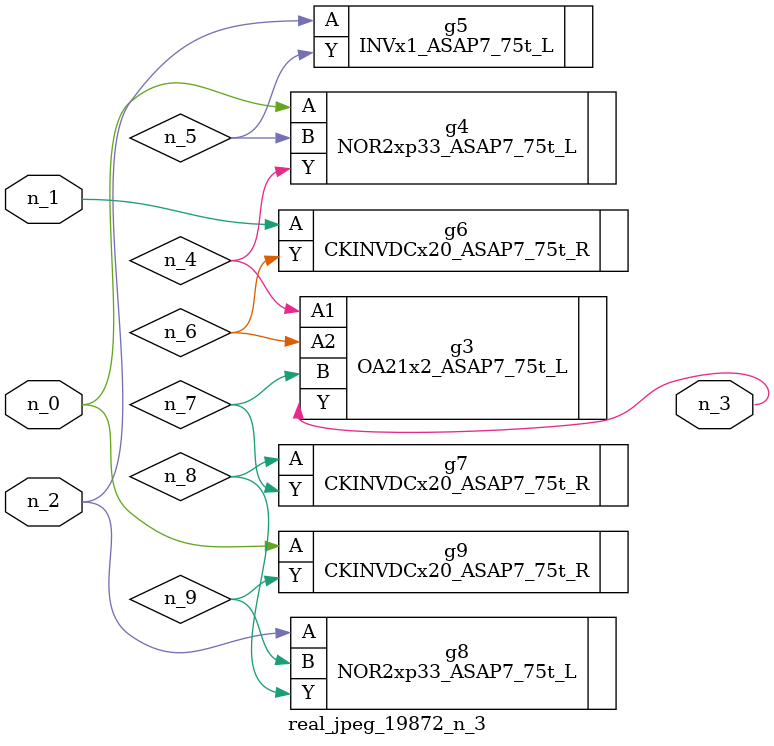
<source format=v>
module real_jpeg_19872_n_3 (n_1, n_0, n_2, n_3);

input n_1;
input n_0;
input n_2;

output n_3;

wire n_5;
wire n_4;
wire n_8;
wire n_6;
wire n_7;
wire n_9;

NOR2xp33_ASAP7_75t_L g4 ( 
.A(n_0),
.B(n_5),
.Y(n_4)
);

CKINVDCx20_ASAP7_75t_R g9 ( 
.A(n_0),
.Y(n_9)
);

CKINVDCx20_ASAP7_75t_R g6 ( 
.A(n_1),
.Y(n_6)
);

INVx1_ASAP7_75t_L g5 ( 
.A(n_2),
.Y(n_5)
);

NOR2xp33_ASAP7_75t_L g8 ( 
.A(n_2),
.B(n_9),
.Y(n_8)
);

OA21x2_ASAP7_75t_L g3 ( 
.A1(n_4),
.A2(n_6),
.B(n_7),
.Y(n_3)
);

CKINVDCx20_ASAP7_75t_R g7 ( 
.A(n_8),
.Y(n_7)
);


endmodule
</source>
